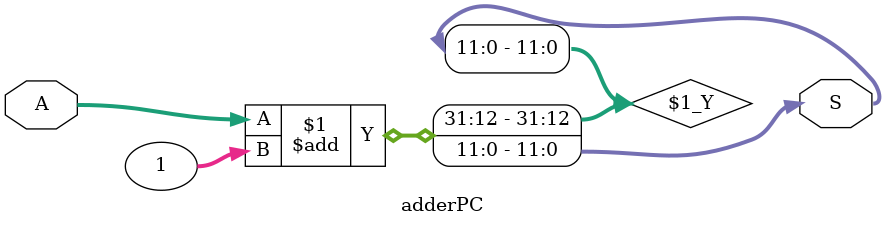
<source format=sv>
module adderPC(input[11:0] A, output[11:0] S);
   
  assign S = A+1;
  
endmodule








</source>
